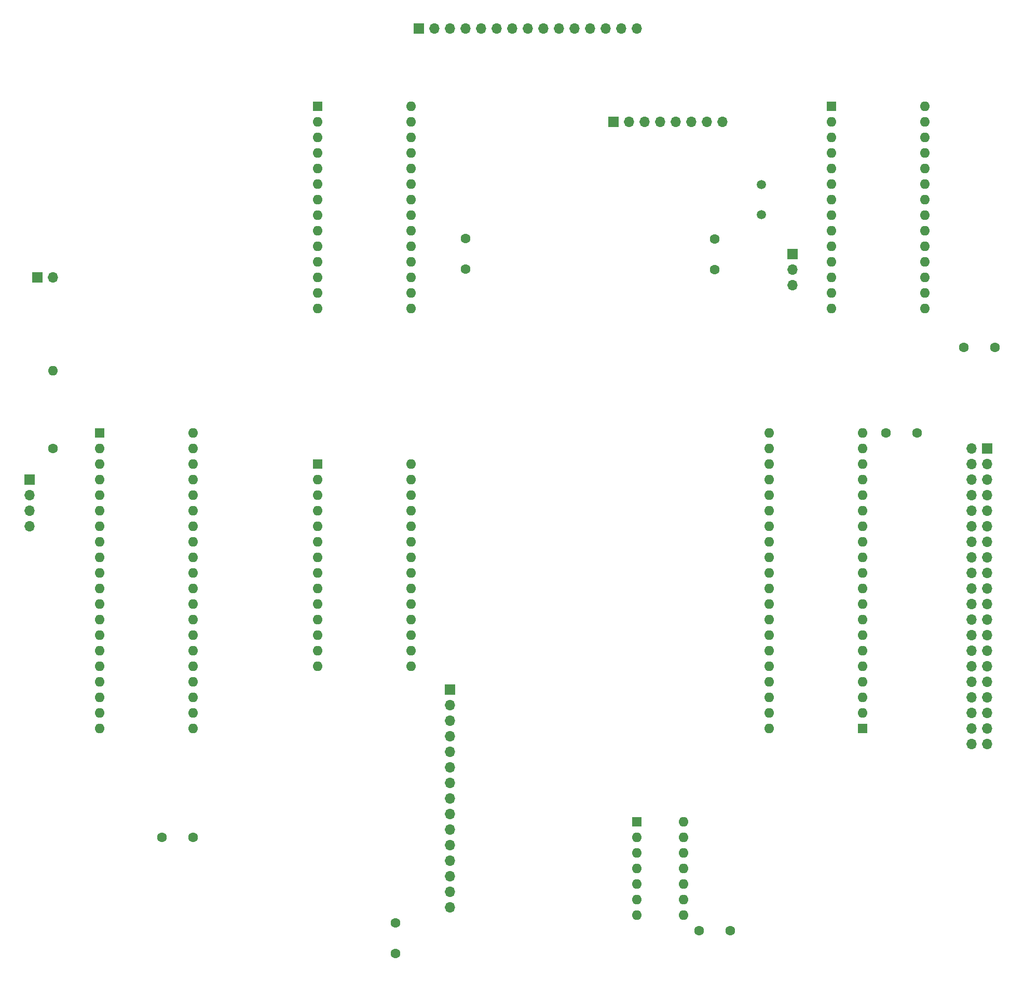
<source format=gbr>
%TF.GenerationSoftware,KiCad,Pcbnew,(6.0.9)*%
%TF.CreationDate,2022-12-08T08:54:28-05:00*%
%TF.ProjectId,6502_4,36353032-5f34-42e6-9b69-6361645f7063,rev?*%
%TF.SameCoordinates,Original*%
%TF.FileFunction,Soldermask,Top*%
%TF.FilePolarity,Negative*%
%FSLAX46Y46*%
G04 Gerber Fmt 4.6, Leading zero omitted, Abs format (unit mm)*
G04 Created by KiCad (PCBNEW (6.0.9)) date 2022-12-08 08:54:28*
%MOMM*%
%LPD*%
G01*
G04 APERTURE LIST*
%ADD10R,1.700000X1.700000*%
%ADD11O,1.700000X1.700000*%
%ADD12C,1.600000*%
%ADD13R,1.600000X1.600000*%
%ADD14O,1.600000X1.600000*%
%ADD15C,1.500000*%
G04 APERTURE END LIST*
D10*
%TO.C,D DATA LINES*%
X116840000Y-30480000D03*
D11*
X119380000Y-30480000D03*
X121920000Y-30480000D03*
X124460000Y-30480000D03*
X127000000Y-30480000D03*
X129540000Y-30480000D03*
X132080000Y-30480000D03*
X134620000Y-30480000D03*
%TD*%
D12*
%TO.C,0.01uf*%
X166330000Y-81280000D03*
X161330000Y-81280000D03*
%TD*%
D13*
%TO.C,6551*%
X152395000Y-27950000D03*
D14*
X152395000Y-30490000D03*
X152395000Y-33030000D03*
X152395000Y-35570000D03*
X152395000Y-38110000D03*
X152395000Y-40650000D03*
X152395000Y-43190000D03*
X152395000Y-45730000D03*
X152395000Y-48270000D03*
X152395000Y-50810000D03*
X152395000Y-53350000D03*
X152395000Y-55890000D03*
X152395000Y-58430000D03*
X152395000Y-60970000D03*
X167635000Y-60970000D03*
X167635000Y-58430000D03*
X167635000Y-55890000D03*
X167635000Y-53350000D03*
X167635000Y-50810000D03*
X167635000Y-48270000D03*
X167635000Y-45730000D03*
X167635000Y-43190000D03*
X167635000Y-40650000D03*
X167635000Y-38110000D03*
X167635000Y-35570000D03*
X167635000Y-33030000D03*
X167635000Y-30490000D03*
X167635000Y-27950000D03*
%TD*%
D10*
%TO.C,JP1*%
X146050000Y-52070000D03*
D11*
X146050000Y-54610000D03*
X146050000Y-57150000D03*
%TD*%
D13*
%TO.C,74HC132N*%
X120660000Y-144775000D03*
D14*
X120660000Y-147315000D03*
X120660000Y-149855000D03*
X120660000Y-152395000D03*
X120660000Y-154935000D03*
X120660000Y-157475000D03*
X120660000Y-160015000D03*
X128280000Y-160015000D03*
X128280000Y-157475000D03*
X128280000Y-154935000D03*
X128280000Y-152395000D03*
X128280000Y-149855000D03*
X128280000Y-147315000D03*
X128280000Y-144775000D03*
%TD*%
D10*
%TO.C,POWER HEADER*%
X22860000Y-55880000D03*
D11*
X25400000Y-55880000D03*
%TD*%
D12*
%TO.C,0.01uf*%
X92710000Y-54570000D03*
X92710000Y-49570000D03*
%TD*%
D10*
%TO.C,JW1*%
X21590000Y-88900000D03*
D11*
X21590000Y-91440000D03*
X21590000Y-93980000D03*
X21590000Y-96520000D03*
%TD*%
D12*
%TO.C,0.01uf*%
X179030000Y-67310000D03*
X174030000Y-67310000D03*
%TD*%
D13*
%TO.C,AM27c256*%
X68575000Y-86370000D03*
D14*
X68575000Y-88910000D03*
X68575000Y-91450000D03*
X68575000Y-93990000D03*
X68575000Y-96530000D03*
X68575000Y-99070000D03*
X68575000Y-101610000D03*
X68575000Y-104150000D03*
X68575000Y-106690000D03*
X68575000Y-109230000D03*
X68575000Y-111770000D03*
X68575000Y-114310000D03*
X68575000Y-116850000D03*
X68575000Y-119390000D03*
X83815000Y-119390000D03*
X83815000Y-116850000D03*
X83815000Y-114310000D03*
X83815000Y-111770000D03*
X83815000Y-109230000D03*
X83815000Y-106690000D03*
X83815000Y-104150000D03*
X83815000Y-101610000D03*
X83815000Y-99070000D03*
X83815000Y-96530000D03*
X83815000Y-93990000D03*
X83815000Y-91450000D03*
X83815000Y-88910000D03*
X83815000Y-86370000D03*
%TD*%
D12*
%TO.C,27pf*%
X133350000Y-54610000D03*
X133350000Y-49610000D03*
%TD*%
%TO.C,R1*%
X25400000Y-83820000D03*
D14*
X25400000Y-71120000D03*
%TD*%
D12*
%TO.C,0.01uf*%
X135850000Y-162560000D03*
X130850000Y-162560000D03*
%TD*%
D13*
%TO.C,KM62256CLP*%
X68580000Y-27940000D03*
D14*
X68580000Y-30480000D03*
X68580000Y-33020000D03*
X68580000Y-35560000D03*
X68580000Y-38100000D03*
X68580000Y-40640000D03*
X68580000Y-43180000D03*
X68580000Y-45720000D03*
X68580000Y-48260000D03*
X68580000Y-50800000D03*
X68580000Y-53340000D03*
X68580000Y-55880000D03*
X68580000Y-58420000D03*
X68580000Y-60960000D03*
X83820000Y-60960000D03*
X83820000Y-58420000D03*
X83820000Y-55880000D03*
X83820000Y-53340000D03*
X83820000Y-50800000D03*
X83820000Y-48260000D03*
X83820000Y-45720000D03*
X83820000Y-43180000D03*
X83820000Y-40640000D03*
X83820000Y-38100000D03*
X83820000Y-35560000D03*
X83820000Y-33020000D03*
X83820000Y-30480000D03*
X83820000Y-27940000D03*
%TD*%
D13*
%TO.C,W65C02*%
X33020000Y-81275000D03*
D14*
X33020000Y-83815000D03*
X33020000Y-86355000D03*
X33020000Y-88895000D03*
X33020000Y-91435000D03*
X33020000Y-93975000D03*
X33020000Y-96515000D03*
X33020000Y-99055000D03*
X33020000Y-101595000D03*
X33020000Y-104135000D03*
X33020000Y-106675000D03*
X33020000Y-109215000D03*
X33020000Y-111755000D03*
X33020000Y-114295000D03*
X33020000Y-116835000D03*
X33020000Y-119375000D03*
X33020000Y-121915000D03*
X33020000Y-124455000D03*
X33020000Y-126995000D03*
X33020000Y-129535000D03*
X48260000Y-129535000D03*
X48260000Y-126995000D03*
X48260000Y-124455000D03*
X48260000Y-121915000D03*
X48260000Y-119375000D03*
X48260000Y-116835000D03*
X48260000Y-114295000D03*
X48260000Y-111755000D03*
X48260000Y-109215000D03*
X48260000Y-106675000D03*
X48260000Y-104135000D03*
X48260000Y-101595000D03*
X48260000Y-99055000D03*
X48260000Y-96515000D03*
X48260000Y-93975000D03*
X48260000Y-91435000D03*
X48260000Y-88895000D03*
X48260000Y-86355000D03*
X48260000Y-83815000D03*
X48260000Y-81275000D03*
%TD*%
D10*
%TO.C,40 PIN*%
X177800000Y-83820000D03*
D11*
X175260000Y-83820000D03*
X177800000Y-86360000D03*
X175260000Y-86360000D03*
X177800000Y-88900000D03*
X175260000Y-88900000D03*
X177800000Y-91440000D03*
X175260000Y-91440000D03*
X177800000Y-93980000D03*
X175260000Y-93980000D03*
X177800000Y-96520000D03*
X175260000Y-96520000D03*
X177800000Y-99060000D03*
X175260000Y-99060000D03*
X177800000Y-101600000D03*
X175260000Y-101600000D03*
X177800000Y-104140000D03*
X175260000Y-104140000D03*
X177800000Y-106680000D03*
X175260000Y-106680000D03*
X177800000Y-109220000D03*
X175260000Y-109220000D03*
X177800000Y-111760000D03*
X175260000Y-111760000D03*
X177800000Y-114300000D03*
X175260000Y-114300000D03*
X177800000Y-116840000D03*
X175260000Y-116840000D03*
X177800000Y-119380000D03*
X175260000Y-119380000D03*
X177800000Y-121920000D03*
X175260000Y-121920000D03*
X177800000Y-124460000D03*
X175260000Y-124460000D03*
X177800000Y-127000000D03*
X175260000Y-127000000D03*
X177800000Y-129540000D03*
X175260000Y-129540000D03*
X177800000Y-132080000D03*
X175260000Y-132080000D03*
%TD*%
D13*
%TO.C,W65C02*%
X157485000Y-129535000D03*
D14*
X157485000Y-126995000D03*
X157485000Y-124455000D03*
X157485000Y-121915000D03*
X157485000Y-119375000D03*
X157485000Y-116835000D03*
X157485000Y-114295000D03*
X157485000Y-111755000D03*
X157485000Y-109215000D03*
X157485000Y-106675000D03*
X157485000Y-104135000D03*
X157485000Y-101595000D03*
X157485000Y-99055000D03*
X157485000Y-96515000D03*
X157485000Y-93975000D03*
X157485000Y-91435000D03*
X157485000Y-88895000D03*
X157485000Y-86355000D03*
X157485000Y-83815000D03*
X157485000Y-81275000D03*
X142245000Y-81275000D03*
X142245000Y-83815000D03*
X142245000Y-86355000D03*
X142245000Y-88895000D03*
X142245000Y-91435000D03*
X142245000Y-93975000D03*
X142245000Y-96515000D03*
X142245000Y-99055000D03*
X142245000Y-101595000D03*
X142245000Y-104135000D03*
X142245000Y-106675000D03*
X142245000Y-109215000D03*
X142245000Y-111755000D03*
X142245000Y-114295000D03*
X142245000Y-116835000D03*
X142245000Y-119375000D03*
X142245000Y-121915000D03*
X142245000Y-124455000D03*
X142245000Y-126995000D03*
X142245000Y-129535000D03*
%TD*%
D12*
%TO.C,0.01uf*%
X81280000Y-166330000D03*
X81280000Y-161330000D03*
%TD*%
D11*
%TO.C,A DATA UNSORTED LINES*%
X90170000Y-151130000D03*
X90170000Y-148590000D03*
X90170000Y-146050000D03*
X90170000Y-143510000D03*
X90170000Y-140970000D03*
X90170000Y-138430000D03*
X90170000Y-135890000D03*
X90170000Y-133350000D03*
X90170000Y-130810000D03*
X90170000Y-128270000D03*
X90170000Y-125730000D03*
D10*
X90170000Y-123190000D03*
D11*
X90170000Y-153670000D03*
X90170000Y-156210000D03*
X90170000Y-158750000D03*
%TD*%
D15*
%TO.C,1.8432M*%
X140970000Y-45630000D03*
X140970000Y-40730000D03*
%TD*%
D12*
%TO.C,0.01uf*%
X48220000Y-147320000D03*
X43220000Y-147320000D03*
%TD*%
D10*
%TO.C,A DATA LINES*%
X85095000Y-15240000D03*
D11*
X87635000Y-15240000D03*
X90175000Y-15240000D03*
X92715000Y-15240000D03*
X95255000Y-15240000D03*
X97795000Y-15240000D03*
X100335000Y-15240000D03*
X102875000Y-15240000D03*
X105415000Y-15240000D03*
X107955000Y-15240000D03*
X110495000Y-15240000D03*
X113035000Y-15240000D03*
X115575000Y-15240000D03*
X118115000Y-15240000D03*
X120655000Y-15240000D03*
%TD*%
M02*

</source>
